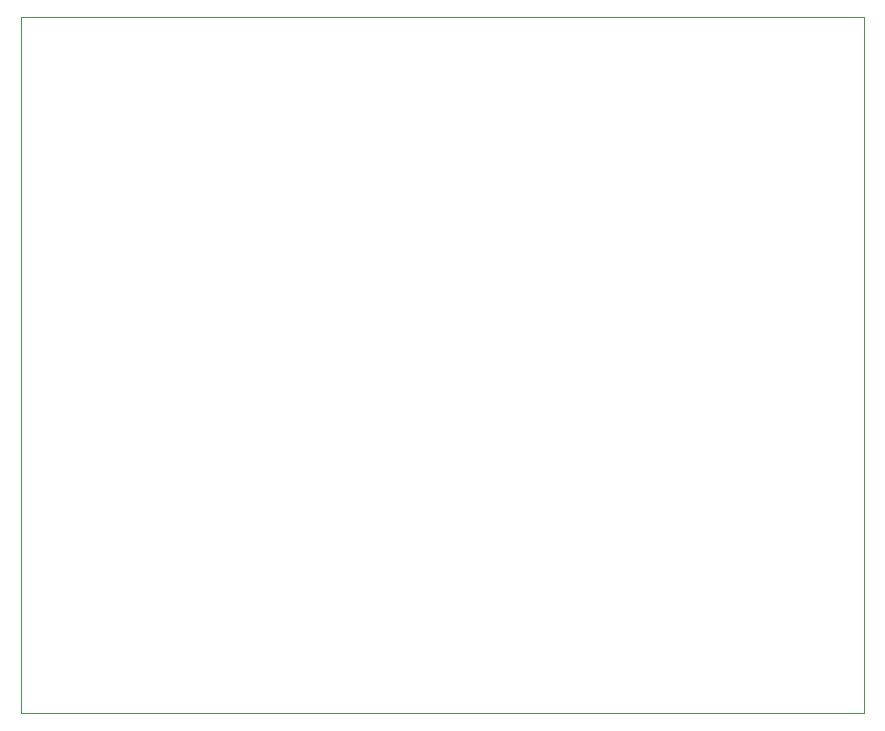
<source format=gbr>
%TF.GenerationSoftware,Altium Limited,Altium Designer,23.1.1 (15)*%
G04 Layer_Color=0*
%FSLAX45Y45*%
%MOMM*%
%TF.SameCoordinates,4E948076-F00C-46A4-8CE1-B66C86AC089E*%
%TF.FilePolarity,Positive*%
%TF.FileFunction,Profile,NP*%
%TF.Part,Single*%
G01*
G75*
%TA.AperFunction,Profile*%
%ADD31C,0.02540*%
D31*
X-12700Y-12700D02*
X7124700D01*
Y5880100D01*
X-12700D01*
Y-12700D01*
%TF.MD5,40b614dd5edb1bab8ba6b5cd2f8c6751*%
M02*

</source>
